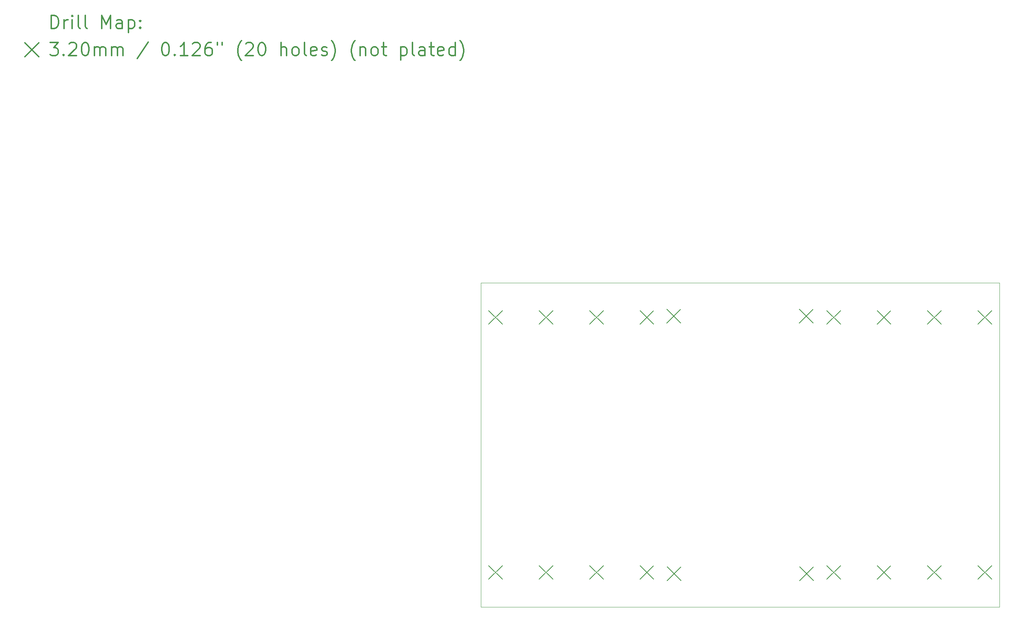
<source format=gbr>
%FSLAX45Y45*%
G04 Gerber Fmt 4.5, Leading zero omitted, Abs format (unit mm)*
G04 Created by KiCad (PCBNEW 5.1.9) date 2021-04-12 05:50:20*
%MOMM*%
%LPD*%
G01*
G04 APERTURE LIST*
%TA.AperFunction,Profile*%
%ADD10C,0.100000*%
%TD*%
%ADD11C,0.200000*%
%ADD12C,0.300000*%
G04 APERTURE END LIST*
D10*
X22225000Y-6355000D02*
X22225000Y-13855000D01*
X10225000Y-6355000D02*
X22225000Y-6355000D01*
X10225000Y-13855000D02*
X10225000Y-6355000D01*
X22225000Y-13855000D02*
X10225000Y-13855000D01*
D11*
X10405000Y-6995000D02*
X10725000Y-7315000D01*
X10725000Y-6995000D02*
X10405000Y-7315000D01*
X10405000Y-12895000D02*
X10725000Y-13215000D01*
X10725000Y-12895000D02*
X10405000Y-13215000D01*
X11571667Y-6995000D02*
X11891667Y-7315000D01*
X11891667Y-6995000D02*
X11571667Y-7315000D01*
X11571667Y-12895000D02*
X11891667Y-13215000D01*
X11891667Y-12895000D02*
X11571667Y-13215000D01*
X12738333Y-6995000D02*
X13058333Y-7315000D01*
X13058333Y-6995000D02*
X12738333Y-7315000D01*
X12738333Y-12895000D02*
X13058333Y-13215000D01*
X13058333Y-12895000D02*
X12738333Y-13215000D01*
X13905000Y-6995000D02*
X14225000Y-7315000D01*
X14225000Y-6995000D02*
X13905000Y-7315000D01*
X13905000Y-12895000D02*
X14225000Y-13215000D01*
X14225000Y-12895000D02*
X13905000Y-13215000D01*
X14527000Y-6966000D02*
X14847000Y-7286000D01*
X14847000Y-6966000D02*
X14527000Y-7286000D01*
X14538000Y-12925208D02*
X14858000Y-13245208D01*
X14858000Y-12925208D02*
X14538000Y-13245208D01*
X17592000Y-6964792D02*
X17912000Y-7284792D01*
X17912000Y-6964792D02*
X17592000Y-7284792D01*
X17603000Y-12924000D02*
X17923000Y-13244000D01*
X17923000Y-12924000D02*
X17603000Y-13244000D01*
X18225000Y-6995000D02*
X18545000Y-7315000D01*
X18545000Y-6995000D02*
X18225000Y-7315000D01*
X18225000Y-12895000D02*
X18545000Y-13215000D01*
X18545000Y-12895000D02*
X18225000Y-13215000D01*
X19391667Y-6995000D02*
X19711667Y-7315000D01*
X19711667Y-6995000D02*
X19391667Y-7315000D01*
X19391667Y-12895000D02*
X19711667Y-13215000D01*
X19711667Y-12895000D02*
X19391667Y-13215000D01*
X20558333Y-6995000D02*
X20878333Y-7315000D01*
X20878333Y-6995000D02*
X20558333Y-7315000D01*
X20558333Y-12895000D02*
X20878333Y-13215000D01*
X20878333Y-12895000D02*
X20558333Y-13215000D01*
X21725000Y-6995000D02*
X22045000Y-7315000D01*
X22045000Y-6995000D02*
X21725000Y-7315000D01*
X21725000Y-12895000D02*
X22045000Y-13215000D01*
X22045000Y-12895000D02*
X21725000Y-13215000D01*
D12*
X286429Y-465714D02*
X286429Y-165714D01*
X357857Y-165714D01*
X400714Y-180000D01*
X429286Y-208571D01*
X443571Y-237143D01*
X457857Y-294286D01*
X457857Y-337143D01*
X443571Y-394286D01*
X429286Y-422857D01*
X400714Y-451428D01*
X357857Y-465714D01*
X286429Y-465714D01*
X586429Y-465714D02*
X586429Y-265714D01*
X586429Y-322857D02*
X600714Y-294286D01*
X615000Y-280000D01*
X643571Y-265714D01*
X672143Y-265714D01*
X772143Y-465714D02*
X772143Y-265714D01*
X772143Y-165714D02*
X757857Y-180000D01*
X772143Y-194286D01*
X786428Y-180000D01*
X772143Y-165714D01*
X772143Y-194286D01*
X957857Y-465714D02*
X929286Y-451428D01*
X915000Y-422857D01*
X915000Y-165714D01*
X1115000Y-465714D02*
X1086429Y-451428D01*
X1072143Y-422857D01*
X1072143Y-165714D01*
X1457857Y-465714D02*
X1457857Y-165714D01*
X1557857Y-380000D01*
X1657857Y-165714D01*
X1657857Y-465714D01*
X1929286Y-465714D02*
X1929286Y-308571D01*
X1915000Y-280000D01*
X1886428Y-265714D01*
X1829286Y-265714D01*
X1800714Y-280000D01*
X1929286Y-451428D02*
X1900714Y-465714D01*
X1829286Y-465714D01*
X1800714Y-451428D01*
X1786428Y-422857D01*
X1786428Y-394286D01*
X1800714Y-365714D01*
X1829286Y-351428D01*
X1900714Y-351428D01*
X1929286Y-337143D01*
X2072143Y-265714D02*
X2072143Y-565714D01*
X2072143Y-280000D02*
X2100714Y-265714D01*
X2157857Y-265714D01*
X2186429Y-280000D01*
X2200714Y-294286D01*
X2215000Y-322857D01*
X2215000Y-408571D01*
X2200714Y-437143D01*
X2186429Y-451428D01*
X2157857Y-465714D01*
X2100714Y-465714D01*
X2072143Y-451428D01*
X2343571Y-437143D02*
X2357857Y-451428D01*
X2343571Y-465714D01*
X2329286Y-451428D01*
X2343571Y-437143D01*
X2343571Y-465714D01*
X2343571Y-280000D02*
X2357857Y-294286D01*
X2343571Y-308571D01*
X2329286Y-294286D01*
X2343571Y-280000D01*
X2343571Y-308571D01*
X-320000Y-800000D02*
X0Y-1120000D01*
X0Y-800000D02*
X-320000Y-1120000D01*
X257857Y-795714D02*
X443571Y-795714D01*
X343571Y-910000D01*
X386428Y-910000D01*
X415000Y-924286D01*
X429286Y-938571D01*
X443571Y-967143D01*
X443571Y-1038571D01*
X429286Y-1067143D01*
X415000Y-1081429D01*
X386428Y-1095714D01*
X300714Y-1095714D01*
X272143Y-1081429D01*
X257857Y-1067143D01*
X572143Y-1067143D02*
X586429Y-1081429D01*
X572143Y-1095714D01*
X557857Y-1081429D01*
X572143Y-1067143D01*
X572143Y-1095714D01*
X700714Y-824286D02*
X715000Y-810000D01*
X743571Y-795714D01*
X815000Y-795714D01*
X843571Y-810000D01*
X857857Y-824286D01*
X872143Y-852857D01*
X872143Y-881428D01*
X857857Y-924286D01*
X686429Y-1095714D01*
X872143Y-1095714D01*
X1057857Y-795714D02*
X1086429Y-795714D01*
X1115000Y-810000D01*
X1129286Y-824286D01*
X1143571Y-852857D01*
X1157857Y-910000D01*
X1157857Y-981428D01*
X1143571Y-1038571D01*
X1129286Y-1067143D01*
X1115000Y-1081429D01*
X1086429Y-1095714D01*
X1057857Y-1095714D01*
X1029286Y-1081429D01*
X1015000Y-1067143D01*
X1000714Y-1038571D01*
X986428Y-981428D01*
X986428Y-910000D01*
X1000714Y-852857D01*
X1015000Y-824286D01*
X1029286Y-810000D01*
X1057857Y-795714D01*
X1286429Y-1095714D02*
X1286429Y-895714D01*
X1286429Y-924286D02*
X1300714Y-910000D01*
X1329286Y-895714D01*
X1372143Y-895714D01*
X1400714Y-910000D01*
X1415000Y-938571D01*
X1415000Y-1095714D01*
X1415000Y-938571D02*
X1429286Y-910000D01*
X1457857Y-895714D01*
X1500714Y-895714D01*
X1529286Y-910000D01*
X1543571Y-938571D01*
X1543571Y-1095714D01*
X1686428Y-1095714D02*
X1686428Y-895714D01*
X1686428Y-924286D02*
X1700714Y-910000D01*
X1729286Y-895714D01*
X1772143Y-895714D01*
X1800714Y-910000D01*
X1815000Y-938571D01*
X1815000Y-1095714D01*
X1815000Y-938571D02*
X1829286Y-910000D01*
X1857857Y-895714D01*
X1900714Y-895714D01*
X1929286Y-910000D01*
X1943571Y-938571D01*
X1943571Y-1095714D01*
X2529286Y-781428D02*
X2272143Y-1167143D01*
X2915000Y-795714D02*
X2943571Y-795714D01*
X2972143Y-810000D01*
X2986428Y-824286D01*
X3000714Y-852857D01*
X3015000Y-910000D01*
X3015000Y-981428D01*
X3000714Y-1038571D01*
X2986428Y-1067143D01*
X2972143Y-1081429D01*
X2943571Y-1095714D01*
X2915000Y-1095714D01*
X2886428Y-1081429D01*
X2872143Y-1067143D01*
X2857857Y-1038571D01*
X2843571Y-981428D01*
X2843571Y-910000D01*
X2857857Y-852857D01*
X2872143Y-824286D01*
X2886428Y-810000D01*
X2915000Y-795714D01*
X3143571Y-1067143D02*
X3157857Y-1081429D01*
X3143571Y-1095714D01*
X3129286Y-1081429D01*
X3143571Y-1067143D01*
X3143571Y-1095714D01*
X3443571Y-1095714D02*
X3272143Y-1095714D01*
X3357857Y-1095714D02*
X3357857Y-795714D01*
X3329286Y-838571D01*
X3300714Y-867143D01*
X3272143Y-881428D01*
X3557857Y-824286D02*
X3572143Y-810000D01*
X3600714Y-795714D01*
X3672143Y-795714D01*
X3700714Y-810000D01*
X3715000Y-824286D01*
X3729286Y-852857D01*
X3729286Y-881428D01*
X3715000Y-924286D01*
X3543571Y-1095714D01*
X3729286Y-1095714D01*
X3986428Y-795714D02*
X3929286Y-795714D01*
X3900714Y-810000D01*
X3886428Y-824286D01*
X3857857Y-867143D01*
X3843571Y-924286D01*
X3843571Y-1038571D01*
X3857857Y-1067143D01*
X3872143Y-1081429D01*
X3900714Y-1095714D01*
X3957857Y-1095714D01*
X3986428Y-1081429D01*
X4000714Y-1067143D01*
X4015000Y-1038571D01*
X4015000Y-967143D01*
X4000714Y-938571D01*
X3986428Y-924286D01*
X3957857Y-910000D01*
X3900714Y-910000D01*
X3872143Y-924286D01*
X3857857Y-938571D01*
X3843571Y-967143D01*
X4129286Y-795714D02*
X4129286Y-852857D01*
X4243571Y-795714D02*
X4243571Y-852857D01*
X4686429Y-1210000D02*
X4672143Y-1195714D01*
X4643571Y-1152857D01*
X4629286Y-1124286D01*
X4615000Y-1081429D01*
X4600714Y-1010000D01*
X4600714Y-952857D01*
X4615000Y-881428D01*
X4629286Y-838571D01*
X4643571Y-810000D01*
X4672143Y-767143D01*
X4686429Y-752857D01*
X4786429Y-824286D02*
X4800714Y-810000D01*
X4829286Y-795714D01*
X4900714Y-795714D01*
X4929286Y-810000D01*
X4943571Y-824286D01*
X4957857Y-852857D01*
X4957857Y-881428D01*
X4943571Y-924286D01*
X4772143Y-1095714D01*
X4957857Y-1095714D01*
X5143571Y-795714D02*
X5172143Y-795714D01*
X5200714Y-810000D01*
X5215000Y-824286D01*
X5229286Y-852857D01*
X5243571Y-910000D01*
X5243571Y-981428D01*
X5229286Y-1038571D01*
X5215000Y-1067143D01*
X5200714Y-1081429D01*
X5172143Y-1095714D01*
X5143571Y-1095714D01*
X5115000Y-1081429D01*
X5100714Y-1067143D01*
X5086429Y-1038571D01*
X5072143Y-981428D01*
X5072143Y-910000D01*
X5086429Y-852857D01*
X5100714Y-824286D01*
X5115000Y-810000D01*
X5143571Y-795714D01*
X5600714Y-1095714D02*
X5600714Y-795714D01*
X5729286Y-1095714D02*
X5729286Y-938571D01*
X5715000Y-910000D01*
X5686428Y-895714D01*
X5643571Y-895714D01*
X5615000Y-910000D01*
X5600714Y-924286D01*
X5915000Y-1095714D02*
X5886428Y-1081429D01*
X5872143Y-1067143D01*
X5857857Y-1038571D01*
X5857857Y-952857D01*
X5872143Y-924286D01*
X5886428Y-910000D01*
X5915000Y-895714D01*
X5957857Y-895714D01*
X5986428Y-910000D01*
X6000714Y-924286D01*
X6015000Y-952857D01*
X6015000Y-1038571D01*
X6000714Y-1067143D01*
X5986428Y-1081429D01*
X5957857Y-1095714D01*
X5915000Y-1095714D01*
X6186428Y-1095714D02*
X6157857Y-1081429D01*
X6143571Y-1052857D01*
X6143571Y-795714D01*
X6415000Y-1081429D02*
X6386428Y-1095714D01*
X6329286Y-1095714D01*
X6300714Y-1081429D01*
X6286428Y-1052857D01*
X6286428Y-938571D01*
X6300714Y-910000D01*
X6329286Y-895714D01*
X6386428Y-895714D01*
X6415000Y-910000D01*
X6429286Y-938571D01*
X6429286Y-967143D01*
X6286428Y-995714D01*
X6543571Y-1081429D02*
X6572143Y-1095714D01*
X6629286Y-1095714D01*
X6657857Y-1081429D01*
X6672143Y-1052857D01*
X6672143Y-1038571D01*
X6657857Y-1010000D01*
X6629286Y-995714D01*
X6586428Y-995714D01*
X6557857Y-981428D01*
X6543571Y-952857D01*
X6543571Y-938571D01*
X6557857Y-910000D01*
X6586428Y-895714D01*
X6629286Y-895714D01*
X6657857Y-910000D01*
X6772143Y-1210000D02*
X6786428Y-1195714D01*
X6815000Y-1152857D01*
X6829286Y-1124286D01*
X6843571Y-1081429D01*
X6857857Y-1010000D01*
X6857857Y-952857D01*
X6843571Y-881428D01*
X6829286Y-838571D01*
X6815000Y-810000D01*
X6786428Y-767143D01*
X6772143Y-752857D01*
X7315000Y-1210000D02*
X7300714Y-1195714D01*
X7272143Y-1152857D01*
X7257857Y-1124286D01*
X7243571Y-1081429D01*
X7229286Y-1010000D01*
X7229286Y-952857D01*
X7243571Y-881428D01*
X7257857Y-838571D01*
X7272143Y-810000D01*
X7300714Y-767143D01*
X7315000Y-752857D01*
X7429286Y-895714D02*
X7429286Y-1095714D01*
X7429286Y-924286D02*
X7443571Y-910000D01*
X7472143Y-895714D01*
X7515000Y-895714D01*
X7543571Y-910000D01*
X7557857Y-938571D01*
X7557857Y-1095714D01*
X7743571Y-1095714D02*
X7715000Y-1081429D01*
X7700714Y-1067143D01*
X7686428Y-1038571D01*
X7686428Y-952857D01*
X7700714Y-924286D01*
X7715000Y-910000D01*
X7743571Y-895714D01*
X7786428Y-895714D01*
X7815000Y-910000D01*
X7829286Y-924286D01*
X7843571Y-952857D01*
X7843571Y-1038571D01*
X7829286Y-1067143D01*
X7815000Y-1081429D01*
X7786428Y-1095714D01*
X7743571Y-1095714D01*
X7929286Y-895714D02*
X8043571Y-895714D01*
X7972143Y-795714D02*
X7972143Y-1052857D01*
X7986428Y-1081429D01*
X8015000Y-1095714D01*
X8043571Y-1095714D01*
X8372143Y-895714D02*
X8372143Y-1195714D01*
X8372143Y-910000D02*
X8400714Y-895714D01*
X8457857Y-895714D01*
X8486429Y-910000D01*
X8500714Y-924286D01*
X8515000Y-952857D01*
X8515000Y-1038571D01*
X8500714Y-1067143D01*
X8486429Y-1081429D01*
X8457857Y-1095714D01*
X8400714Y-1095714D01*
X8372143Y-1081429D01*
X8686429Y-1095714D02*
X8657857Y-1081429D01*
X8643571Y-1052857D01*
X8643571Y-795714D01*
X8929286Y-1095714D02*
X8929286Y-938571D01*
X8915000Y-910000D01*
X8886429Y-895714D01*
X8829286Y-895714D01*
X8800714Y-910000D01*
X8929286Y-1081429D02*
X8900714Y-1095714D01*
X8829286Y-1095714D01*
X8800714Y-1081429D01*
X8786429Y-1052857D01*
X8786429Y-1024286D01*
X8800714Y-995714D01*
X8829286Y-981428D01*
X8900714Y-981428D01*
X8929286Y-967143D01*
X9029286Y-895714D02*
X9143571Y-895714D01*
X9072143Y-795714D02*
X9072143Y-1052857D01*
X9086429Y-1081429D01*
X9115000Y-1095714D01*
X9143571Y-1095714D01*
X9357857Y-1081429D02*
X9329286Y-1095714D01*
X9272143Y-1095714D01*
X9243571Y-1081429D01*
X9229286Y-1052857D01*
X9229286Y-938571D01*
X9243571Y-910000D01*
X9272143Y-895714D01*
X9329286Y-895714D01*
X9357857Y-910000D01*
X9372143Y-938571D01*
X9372143Y-967143D01*
X9229286Y-995714D01*
X9629286Y-1095714D02*
X9629286Y-795714D01*
X9629286Y-1081429D02*
X9600714Y-1095714D01*
X9543571Y-1095714D01*
X9515000Y-1081429D01*
X9500714Y-1067143D01*
X9486429Y-1038571D01*
X9486429Y-952857D01*
X9500714Y-924286D01*
X9515000Y-910000D01*
X9543571Y-895714D01*
X9600714Y-895714D01*
X9629286Y-910000D01*
X9743571Y-1210000D02*
X9757857Y-1195714D01*
X9786429Y-1152857D01*
X9800714Y-1124286D01*
X9815000Y-1081429D01*
X9829286Y-1010000D01*
X9829286Y-952857D01*
X9815000Y-881428D01*
X9800714Y-838571D01*
X9786429Y-810000D01*
X9757857Y-767143D01*
X9743571Y-752857D01*
M02*

</source>
